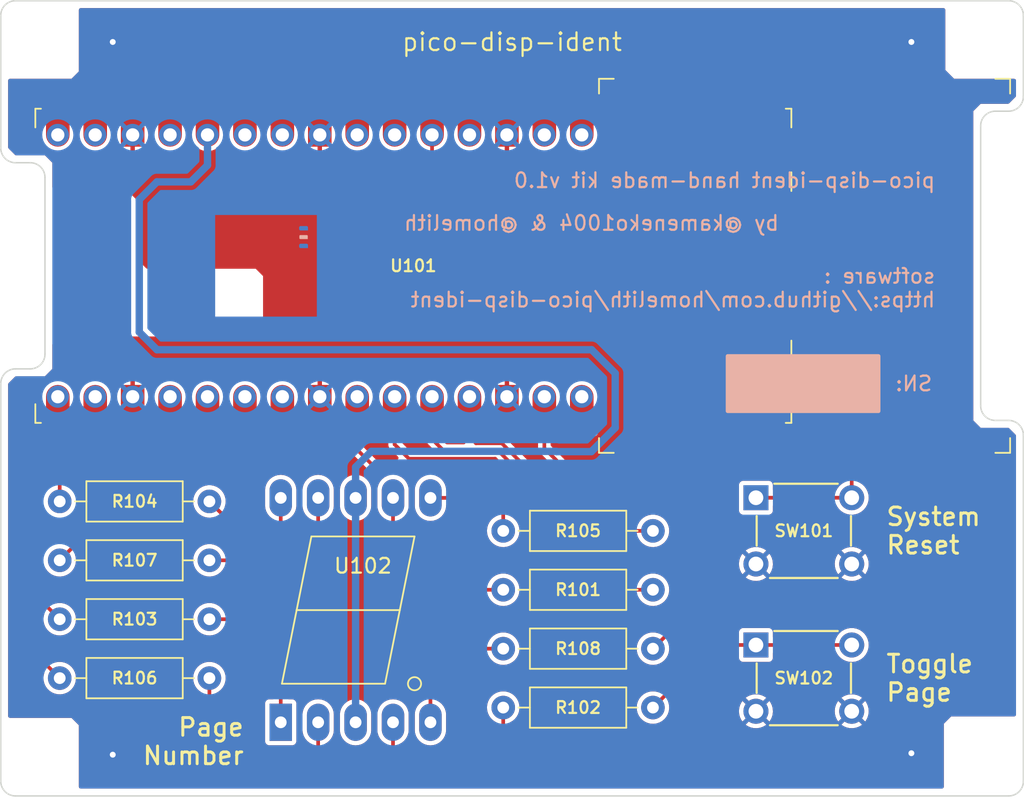
<source format=kicad_pcb>
(kicad_pcb (version 20211014) (generator pcbnew)
  (layers (0 "F.Cu" signal) (31 "B.Cu" signal) (34 "B.Paste" user) (35 "F.Paste" user) (36 "B.SilkS" user "B.Silkscreen") (37 "F.SilkS" user "F.Silkscreen") (38 "B.Mask" user) (39 "F.Mask" user) (44 "Edge.Cuts" user))
  (net 0 "")
  (net 1 "GND")
  (net 2 "+3V3")
  (net 3 "/GPIO10")
  (net 4 "/GPIO3")
  (net 5 "Net-(R101-Pad2)")
  (net 6 "Net-(R102-Pad2)")
  (net 7 "Net-(R103-Pad2)")
  (net 8 "/GPIO7")
  (net 9 "/GPIO8")
  (net 10 "Net-(R104-Pad2)")
  (net 11 "Net-(R105-Pad2)")
  (net 12 "Net-(R106-Pad2)")
  (net 13 "Net-(R107-Pad2)")
  (net 14 "Net-(R108-Pad2)")
  (net 15 "/GPIO4")
  (net 16 "/GPIO6")
  (net 17 "/GPIO5")
  (net 18 "/GPIO2")
  (net 19 "/GPIO9")
  (net 20 "+5V")
  (net 21 "Net-(SW101-Pad1)")
  (footprint "00_custom_lib:R_axial" (layer "F.Cu") (at 94.26 94 180)
    (fp_text reference "R108" (at 5.08 0) (layer "F.SilkS") (effects (font (size 0.8 0.8))))
    (fp_text value "R_axial")
    (fp_line (start 8.35 -1.37) (end 1.81 -1.37) (layer "F.SilkS") (width 0.12))
    (fp_line (start 1.81 1.37) (end 8.35 1.37) (layer "F.SilkS") (width 0.12))
    (fp_line (start 9.12 0) (end 8.35 0) (layer "F.SilkS") (width 0.12))
    (fp_line (start 1.04 0) (end 1.81 0) (layer "F.SilkS") (width 0.12))
    (fp_line (start 8.35 1.37) (end 8.35 -1.37) (layer "F.SilkS") (width 0.12))
    (fp_line (start 1.81 -1.37) (end 1.81 1.37) (layer "F.SilkS") (width 0.12))
    (pad "1" thru_hole circle (at 0 0 180) (size 1.6 1.6) (drill 0.8) (layers *.Cu *.Mask) (net 9 "/GPIO8"))
    (pad "2" thru_hole oval (at 10.16 0 180) (size 1.6 1.6) (drill 0.8) (layers *.Cu *.Mask) (net 14 "Net-(R108-Pad2)"))
  )
  (footprint "00_custom_lib:Raspberry_Pi_Pico_with_DVI_sock" (layer "F.Cu") (at 78 68 90)
    (fp_text reference "U101" (at 0 0) (layer "F.SilkS") (effects (font (size 0.8 0.8))))
    (fp_text value "Raspberry_Pi_Pico_with_DVI_sock")
    (fp_line (start -11.7 12.6) (end -12.7 12.6) (layer "F.SilkS") (width 0.12))
    (fp_line (start 10.668 25.654) (end 10.668 25.273) (layer "F.SilkS") (width 0.12))
    (fp_line (start 12.7 40.5) (end 12.7 39.5) (layer "F.SilkS") (width 0.12))
    (fp_line (start -12.7 39.5) (end -12.7 40.5) (layer "F.SilkS") (width 0.12))
    (fp_line (start 12.7 12.6) (end 11.7 12.6) (layer "F.SilkS") (width 0.12))
    (fp_line (start 10.668 -25.273) (end 10.668 -25.654) (layer "F.SilkS") (width 0.12))
    (fp_line (start -12.7 12.6) (end -12.7 13.6) (layer "F.SilkS") (width 0.12))
    (fp_line (start 12.7 13.6) (end 12.7 12.6) (layer "F.SilkS") (width 0.12))
    (fp_line (start 11.7 40.5) (end 12.7 40.5) (layer "F.SilkS") (width 0.12))
    (fp_line (start -10.668 -25.273) (end -10.668 -25.654) (layer "F.SilkS") (width 0.12))
    (fp_line (start -6.35 25.654) (end -5.08 25.654) (layer "F.SilkS") (width 0.12))
    (fp_line (start 10.668 -25.654) (end 9.398 -25.654) (layer "F.SilkS") (width 0.12))
    (fp_line (start 5.08 25.654) (end 6.35 25.654) (layer "F.SilkS") (width 0.12))
    (fp_line (start -10.668 25.273) (end -10.668 25.654) (layer "F.SilkS") (width 0.12))
    (fp_line (start -10.668 25.654) (end -9.398 25.654) (layer "F.SilkS") (width 0.12))
    (fp_line (start -10.668 -25.654) (end -9.398 -25.654) (layer "F.SilkS") (width 0.12))
    (fp_line (start 9.398 25.654) (end 10.668 25.654) (layer "F.SilkS") (width 0.12))
    (fp_line (start -12.7 40.5) (end -11.7 40.5) (layer "F.SilkS") (width 0.12))
    (pad "1" smd roundrect (at -9.69 -24.13 90) (size 3.2 1.6) (layers "F.Cu" "F.Mask") (roundrect_rratio 0.5))
    (pad "1" thru_hole circle (at -8.89 -24.13 90) (size 1.5 1.5) (drill 0.9) (layers *.Cu *.Mask))
    (pad "1" smd rect (at -10.89 -24.13 90) (size 0.8 1.6) (layers "F.Cu" "F.Mask"))
    (pad "2" thru_hole circle (at -8.89 -21.59 90) (size 1.5 1.5) (drill 0.9) (layers *.Cu *.Mask))
    (pad "2" smd rect (at -10.89 -21.59 90) (size 0.8 1.6) (layers "F.Cu" "F.Mask"))
    (pad "2" smd roundrect (at -9.69 -21.59 90) (size 3.2 1.6) (layers "F.Cu" "F.Mask") (roundrect_rratio 0.5))
    (pad "3" thru_hole circle (at -8.89 -19.05 90) (size 1.5 1.5) (drill 0.9) (layers *.Cu *.Mask) (net 1 "GND"))
    (pad "3" smd rect (at -10.89 -19.05 90) (size 0.8 1.6) (layers "F.Cu" "F.Mask") (net 1 "GND"))
    (pad "3" smd roundrect (at -9.69 -19.05 90) (size 3.2 1.6) (layers "F.Cu" "F.Mask") (roundrect_rratio 0.125) (net 1 "GND"))
    (pad "4" thru_hole circle (at -8.89 -16.51 90) (size 1.5 1.5) (drill 0.9) (layers *.Cu *.Mask) (net 18 "/GPIO2"))
    (pad "4" smd roundrect (at -9.69 -16.51 90) (size 3.2 1.6) (layers "F.Cu" "F.Mask") (roundrect_rratio 0.5) (net 18 "/GPIO2"))
    (pad "4" smd rect (at -10.89 -16.51 90) (size 0.8 1.6) (layers "F.Cu" "F.Mask") (net 18 "/GPIO2"))
    (pad "5" smd rect (at -10.89 -13.97 90) (size 0.8 1.6) (layers "F.Cu" "F.Mask") (net 4 "/GPIO3"))
    (pad "5" thru_hole circle (at -8.89 -13.97 90) (size 1.5 1.5) (drill 0.9) (layers *.Cu *.Mask) (net 4 "/GPIO3"))
    (pad "5" smd roundrect (at -9.69 -13.97 90) (size 3.2 1.6) (layers "F.Cu" "F.Mask") (roundrect_rratio 0.5) (net 4 "/GPIO3"))
    (pad "6" smd roundrect (at -9.69 -11.43 90) (size 3.2 1.6) (layers "F.Cu" "F.Mask") (roundrect_rratio 0.5) (net 15 "/GPIO4"))
    (pad "6" smd rect (at -10.89 -11.43 90) (size 0.8 1.6) (layers "F.Cu" "F.Mask") (net 15 "/GPIO4"))
    (pad "6" thru_hole circle (at -8.89 -11.43 90) (size 1.5 1.5) (drill 0.9) (layers *.Cu *.Mask) (net 15 "/GPIO4"))
    (pad "7" thru_hole circle (at -8.89 -8.89 90) (size 1.5 1.5) (drill 0.9) (layers *.Cu *.Mask) (net 17 "/GPIO5"))
    (pad "7" smd rect (at -10.89 -8.89 90) (size 0.8 1.6) (layers "F.Cu" "F.Mask") (net 17 "/GPIO5"))
    (pad "7" smd roundrect (at -9.69 -8.89 90) (size 3.2 1.6) (layers "F.Cu" "F.Mask") (roundrect_rratio 0.5) (net 17 "/GPIO5"))
    (pad "8" smd rect (at -10.89 -6.35 90) (size 0.8 1.6) (layers "F.Cu" "F.Mask") (net 1 "GND"))
    (pad "8" smd roundrect (at -9.69 -6.35 90) (size 3.2 1.6) (layers "F.Cu" "F.Mask") (roundrect_rratio 0.125) (net 1 "GND"))
    (pad "8" thru_hole circle (at -8.89 -6.35 90) (size 1.5 1.5) (drill 0.9) (layers *.Cu *.Mask) (net 1 "GND"))
    (pad "9" smd roundrect (at -9.69 -3.81 90) (size 3.2 1.6) (layers "F.Cu" "F.Mask") (roundrect_rratio 0.5) (net 16 "/GPIO6"))
    (pad "9" smd rect (at -10.89 -3.81 90) (size 0.8 1.6) (layers "F.Cu" "F.Mask") (net 16 "/GPIO6"))
    (pad "9" thru_hole circle (at -8.89 -3.81 90) (size 1.5 1.5) (drill 0.9) (layers *.Cu *.Mask) (net 16 "/GPIO6"))
    (pad "10" thru_hole circle (at -8.89 -1.27 90) (size 1.5 1.5) (drill 0.9) (layers *.Cu *.Mask) (net 8 "/GPIO7"))
    (pad "10" smd roundrect (at -9.69 -1.27 90) (size 3.2 1.6) (layers "F.Cu" "F.Mask") (roundrect_rratio 0.5) (net 8 "/GPIO7"))
    (pad "10" smd rect (at -10.89 -1.27 90) (size 0.8 1.6) (layers "F.Cu" "F.Mask") (net 8 "/GPIO7"))
    (pad "11" thru_hole circle (at -8.89 1.27 90) (size 1.5 1.5) (drill 0.9) (layers *.Cu *.Mask) (net 9 "/GPIO8"))
    (pad "11" smd roundrect (at -9.69 1.27 90) (size 3.2 1.6) (layers "F.Cu" "F.Mask") (roundrect_rratio 0.5) (net 9 "/GPIO8"))
    (pad "11" smd rect (at -10.89 1.27 90) (size 0.8 1.6) (layers "F.Cu" "F.Mask") (net 9 "/GPIO8"))
    (pad "12" smd roundrect (at -9.69 3.81 90) (size 3.2 1.6) (layers "F.Cu" "F.Mask") (roundrect_rratio 0.5) (net 19 "/GPIO9"))
    (pad "12" thru_hole circle (at -8.89 3.81 90) (size 1.5 1.5) (drill 0.9) (layers *.Cu *.Mask) (net 19 "/GPIO9"))
    (pad "12" smd rect (at -10.89 3.81 90) (size 0.8 1.6) (layers "F.Cu" "F.Mask") (net 19 "/GPIO9"))
    (pad "13" thru_hole circle (at -8.89 6.35 90) (size 1.5 1.5) (drill 0.9) (layers *.Cu *.Mask) (net 1 "GND"))
    (pad "13" smd rect (at -10.89 6.35 90) (size 0.8 1.6) (layers "F.Cu" "F.Mask") (net 1 "GND"))
    (pad "13" smd roundrect (at -9.69 6.35 90) (size 3.2 1.6) (layers "F.Cu" "F.Mask") (roundrect_rratio 0.125) (net 1 "GND"))
    (pad "14" smd roundrect (at -9.69 8.89 90) (size 3.2 1.6) (layers "F.Cu" "F.Mask") (roundrect_rratio 0.5) (net 3 "/GPIO10"))
    (pad "14" thru_hole circle (at -8.89 8.89 90) (size 1.5 1.5) (drill 0.9) (layers *.Cu *.Mask) (net 3 "/GPIO10"))
    (pad "14" smd rect (at -10.89 8.89 90) (size 0.8 1.6) (layers "F.Cu" "F.Mask") (net 3 "/GPIO10"))
    (pad "15" smd rect (at -10.89 11.43 90) (size 0.8 1.6) (layers "F.Cu" "F.Mask"))
    (pad "15" thru_hole circle (at -8.89 11.43 90) (size 1.5 1.5) (drill 0.9) (layers *.Cu *.Mask))
    (pad "15" smd roundrect (at -9.69 11.43 90) (size 3.2 1.6) (layers "F.Cu" "F.Mask") (roundrect_rratio 0.5))
    (pad "26" thru_hole circle (at 8.89 11.43 90) (size 1.5 1.5) (drill 0.9) (layers *.Cu *.Mask))
    (pad "26" smd roundrect (at 9.69 11.43 90) (size 3.2 1.6) (layers "F.Cu" "F.Mask") (roundrect_rratio 0.5))
    (pad "26" smd rect (at 10.89 11.43 90) (size 0.8 1.6) (layers "F.Cu" "F.Mask"))
    (pad "27" smd roundrect (at 9.69 8.89 90) (size 3.2 1.6) (layers "F.Cu" "F.Mask") (roundrect_rratio 0.5))
    (pad "27" smd rect (at 10.89 8.89 90) (size 0.8 1.6) (layers "F.Cu" "F.Mask"))
    (pad "27" thru_hole circle (at 8.89 8.89 90) (size 1.5 1.5) (drill 0.9) (layers *.Cu *.Mask))
    (pad "28" smd roundrect (at 9.69 6.35 270) (size 3.2 1.6) (layers "F.Cu" "F.Mask") (roundrect_rratio 0.125) (net 1 "GND"))
    (pad "28" thru_hole circle (at 8.89 6.35 90) (size 1.5 1.5) (drill 0.9) (layers *.Cu *.Mask) (net 1 "GND"))
    (pad "28" smd rect (at 10.89 6.35 270) (size 0.8 1.6) (layers "F.Cu" "F.Mask") (net 1 "GND"))
    (pad "29" thru_hole circle (at 8.89 3.81 90) (size 1.5 1.5) (drill 0.9) (layers *.Cu *.Mask))
    (pad "29" smd rect (at 10.89 3.81 90) (size 0.8 1.6) (layers "F.Cu" "F.Mask"))
    (pad "29" smd roundrect (at 9.69 3.81 90) (size 3.2 1.6) (layers "F.Cu" "F.Mask") (roundrect_rratio 0.5))
    (pad "30" smd roundrect (at 9.69 1.27 90) (size 3.2 1.6) (layers "F.Cu" "F.Mask") (roundrect_rratio 0.5) (net 21 "Net-(SW101-Pad1)"))
    (pad "30" thru_hole circle (at 8.89 1.27 90) (size 1.5 1.5) (drill 0.9) (layers *.Cu *.Mask) (net 21 "Net-(SW101-Pad1)"))
    (pad "30" smd rect (at 10.89 1.27 90) (size 0.8 1.6) (layers "F.Cu" "F.Mask") (net 21 "Net-(SW101-Pad1)"))
    (pad "31" thru_hole circle (at 8.89 -1.27 90) (size 1.5 1.5) (drill 0.9) (layers *.Cu *.Mask))
    (pad "31" smd roundrect (at 9.69 -1.27 90) (size 3.2 1.6) (layers "F.Cu" "F.Mask") (roundrect_rratio 0.5))
    (pad "31" smd rect (at 10.89 -1.27 90) (size 0.8 1.6) (layers "F.Cu" "F.Mask"))
    (pad "32" smd roundrect (at 9.69 -3.81 90) (size 3.2 1.6) (layers "F.Cu" "F.Mask") (roundrect_rratio 0.5))
    (pad "32" thru_hole circle (at 8.89 -3.81 90) (size 1.5 1.5) (drill 0.9) (layers *.Cu *.Mask))
    (pad "32" smd rect (at 10.89 -3.81 90) (size 0.8 1.6) (layers "F.Cu" "F.Mask"))
    (pad "33" smd rect (at 10.89 -6.35 270) (size 0.8 1.6) (layers "F.Cu" "F.Mask") (net 1 "GND"))
    (pad "33" thru_hole circle (at 8.89 -6.35 90) (size 1.5 1.5) (drill 0.9) (layers *.Cu *.Mask) (net 1 "GND"))
    (pad "33" smd roundrect (at 9.69 -6.35 270) (size 3.2 1.6) (layers "F.Cu" "F.Mask") (roundrect_rratio 0.125) (net 1 "GND"))
    (pad "34" thru_hole circle (at 8.89 -8.89 90) (size 1.5 1.5) (drill 0.9) (layers *.Cu *.Mask))
    (pad "34" smd roundrect (at 9.69 -8.89 90) (size 3.2 1.6) (layers "F.Cu" "F.Mask") (roundrect_rratio 0.5))
    (pad "34" smd rect (at 10.89 -8.89 90) (size 0.8 1.6) (layers "F.Cu" "F.Mask"))
    (pad "35" thru_hole circle (at 8.89 -11.43 90) (size 1.5 1.5) (drill 0.9) (layers *.Cu *.Mask))
    (pad "35" smd rect (at 10.89 -11.43 90) (size 0.8 1.6) (layers "F.Cu" "F.Mask"))
    (pad "35" smd roundrect (at 9.69 -11.43 90) (size 3.2 1.6) (layers "F.Cu" "F.Mask") (roundrect_rratio 0.5))
    (pad "36" smd roundrect (at 9.69 -13.97 90) (size 3.2 1.6) (layers "F.Cu" "F.Mask") (roundrect_rratio 0.5) (net 2 "+3V3"))
    (pad "36" smd rect (at 10.89 -13.97 90) (size 0.8 1.6) (layers "F.Cu" "F.Mask") (net 2 "+3V3"))
    (pad "36" thru_hole circle (at 8.89 -13.97 90) (size 1.5 1.5) (drill 0.9) (layers *.Cu *.Mask) (net 2 "+3V3"))
    (pad "37" thru_hole circle (at 8.89 -16.51 90) (size 1.5 1.5) (drill 0.9) (layers *.Cu *.Mask))
    (pad "37" smd roundrect (at 9.69 -16.51 90) (size 3.2 1.6) (layers "F.Cu" "F.Mask") (roundrect_rratio 0.5))
    (pad "37" smd rect (at 10.89 -16.51 90) (size 0.8 1.6) (layers "F.Cu" "F.Mask"))
    (pad "38" thru_hole circle (at 8.89 -19.05 90) (size 1.5 1.5) (drill 0.9) (layers *.Cu *.Mask) (net 1 "GND"))
    (pad "38" smd rect (at 10.89 -19.05 270) (size 0.8 1.6) (layers "F.Cu" "F.Mask") (net 1 "GND"))
    (pad "38" smd roundrect (at 9.69 -19.05 270) (size 3.2 1.6) (layers "F.Cu" "F.Mask") (roundrect_rratio 0.125) (net 1 "GND"))
    (pad "39" smd rect (at 10.89 -21.59 90) (size 0.8 1.6) (layers "F.Cu" "F.Mask"))
    (pad "39" smd roundrect (at 9.69 -21.59 90) (size 3.2 1.6) (layers "F.Cu" "F.Mask") (roundrect_rratio 0.5))
    (pad "39" thru_hole circle (at 8.89 -21.59 90) (size 1.5 1.5) (drill 0.9) (layers *.Cu *.Mask))
    (pad "40" thru_hole circle (at 8.89 -24.13 90) (size 1.5 1.5) (drill 0.9) (layers *.Cu *.Mask) (net 20 "+5V"))
    (pad "40" smd roundrect (at 9.69 -24.13 90) (size 3.2 1.6) (layers "F.Cu" "F.Mask") (roundrect_rratio 0.5) (net 20 "+5V"))
    (pad "40" smd rect (at 10.89 -24.13 90) (size 0.8 1.6) (layers "F.Cu" "F.Mask") (net 20 "+5V"))
  )
  (footprint "00_custom_lib:1825910-7" (layer "F.Cu") (at 104.5 86)
    (fp_text reference "SW101" (at 0 0) (layer "F.SilkS") (effects (font (size 0.8 0.8))))
    (fp_text value "1825910-7")
    (fp_line (start -3.2 -1) (end -3.2 1) (layer "F.SilkS") (width 0.15))
    (fp_line (start -2 -3.2) (end 2.3 -3.2) (layer "F.SilkS") (width 0.15))
    (fp_line (start -2.3 3.2) (end 2.3 3.2) (layer "F.SilkS") (width 0.15))
    (fp_line (start 3.2 1) (end 3.2 -1) (layer "F.SilkS") (width 0.15))
    (pad "1" thru_hole rect (at -3.25 -2.25) (size 1.7 1.7) (drill 1) (layers *.Cu *.Mask) (net 21 "Net-(SW101-Pad1)"))
    (pad "2" thru_hole circle (at 3.25 -2.25) (size 1.7 1.7) (drill 1) (layers *.Cu *.Mask) (net 21 "Net-(SW101-Pad1)"))
    (pad "3" thru_hole circle (at -3.25 2.25) (size 1.7 1.7) (drill 1) (layers *.Cu *.Mask) (net 1 "GND"))
    (pad "4" thru_hole circle (at 3.25 2.25) (size 1.7 1.7) (drill 1) (layers *.Cu *.Mask) (net 1 "GND"))
  )
  (footprint "00_custom_lib:R_axial" (layer "F.Cu") (at 54 92)
    (fp_text reference "R103" (at 5.08 0) (layer "F.SilkS") (effects (font (size 0.8 0.8))))
    (fp_text value "R_axial")
    (fp_line (start 8.35 1.37) (end 8.35 -1.37) (layer "F.SilkS") (width 0.12))
    (fp_line (start 1.04 0) (end 1.81 0) (layer "F.SilkS") (width 0.12))
    (fp_line (start 1.81 -1.37) (end 1.81 1.37) (layer "F.SilkS") (width 0.12))
    (fp_line (start 1.81 1.37) (end 8.35 1.37) (layer "F.SilkS") (width 0.12))
    (fp_line (start 8.35 -1.37) (end 1.81 -1.37) (layer "F.SilkS") (width 0.12))
    (fp_line (start 9.12 0) (end 8.35 0) (layer "F.SilkS") (width 0.12))
    (pad "1" thru_hole circle (at 0 0) (size 1.6 1.6) (drill 0.8) (layers *.Cu *.Mask) (net 4 "/GPIO3"))
    (pad "2" thru_hole oval (at 10.16 0) (size 1.6 1.6) (drill 0.8) (layers *.Cu *.Mask) (net 7 "Net-(R103-Pad2)"))
  )
  (footprint "00_custom_lib:R_axial" (layer "F.Cu") (at 54 84)
    (fp_text reference "R104" (at 5.08 0) (layer "F.SilkS") (effects (font (size 0.8 0.8))))
    (fp_text value "R_axial")
    (fp_line (start 1.81 1.37) (end 8.35 1.37) (layer "F.SilkS") (width 0.12))
    (fp_line (start 8.35 -1.37) (end 1.81 -1.37) (layer "F.SilkS") (width 0.12))
    (fp_line (start 1.04 0) (end 1.81 0) (layer "F.SilkS") (width 0.12))
    (fp_line (start 9.12 0) (end 8.35 0) (layer "F.SilkS") (width 0.12))
    (fp_line (start 8.35 1.37) (end 8.35 -1.37) (layer "F.SilkS") (width 0.12))
    (fp_line (start 1.81 -1.37) (end 1.81 1.37) (layer "F.SilkS") (width 0.12))
    (pad "1" thru_hole circle (at 0 0) (size 1.6 1.6) (drill 0.8) (layers *.Cu *.Mask) (net 15 "/GPIO4"))
    (pad "2" thru_hole oval (at 10.16 0) (size 1.6 1.6) (drill 0.8) (layers *.Cu *.Mask) (net 10 "Net-(R104-Pad2)"))
  )
  (footprint "00_custom_lib:R_axial" (layer "F.Cu") (at 94.26 86 180)
    (fp_text reference "R105" (at 5.08 0) (layer "F.SilkS") (effects (font (size 0.8 0.8))))
    (fp_text value "R_axial")
    (fp_line (start 1.81 -1.37) (end 1.81 1.37) (layer "F.SilkS") (width 0.12))
    (fp_line (start 1.04 0) (end 1.81 0) (layer "F.SilkS") (width 0.12))
    (fp_line (start 9.12 0) (end 8.35 0) (layer "F.SilkS") (width 0.12))
    (fp_line (start 8.35 1.37) (end 8.35 -1.37) (layer "F.SilkS") (width 0.12))
    (fp_line (start 8.35 -1.37) (end 1.81 -1.37) (layer "F.SilkS") (width 0.12))
    (fp_line (start 1.81 1.37) (end 8.35 1.37) (layer "F.SilkS") (width 0.12))
    (pad "1" thru_hole circle (at 0 0 180) (size 1.6 1.6) (drill 0.8) (layers *.Cu *.Mask) (net 8 "/GPIO7"))
    (pad "2" thru_hole oval (at 10.16 0 180) (size 1.6 1.6) (drill 0.8) (layers *.Cu *.Mask) (net 11 "Net-(R105-Pad2)"))
  )
  (footprint "00_custom_lib:R_axial" (layer "F.Cu") (at 54 96)
    (fp_text reference "R106" (at 5.08 0) (layer "F.SilkS") (effects (font (size 0.8 0.8))))
    (fp_text value "R_axial")
    (fp_line (start 1.04 0) (end 1.81 0) (layer "F.SilkS") (width 0.12))
    (fp_line (start 8.35 -1.37) (end 1.81 -1.37) (layer "F.SilkS") (width 0.12))
    (fp_line (start 9.12 0) (end 8.35 0) (layer "F.SilkS") (width 0.12))
    (fp_line (start 1.81 1.37) (end 8.35 1.37) (layer "F.SilkS") (width 0.12))
    (fp_line (start 1.81 -1.37) (end 1.81 1.37) (layer "F.SilkS") (width 0.12))
    (fp_line (start 8.35 1.37) (end 8.35 -1.37) (layer "F.SilkS") (width 0.12))
    (pad "1" thru_hole circle (at 0 0) (size 1.6 1.6) (drill 0.8) (layers *.Cu *.Mask) (net 18 "/GPIO2"))
    (pad "2" thru_hole oval (at 10.16 0) (size 1.6 1.6) (drill 0.8) (layers *.Cu *.Mask) (net 12 "Net-(R106-Pad2)"))
  )
  (footprint "00_custom_lib:1825910-7" (layer "F.Cu") (at 104.5 96)
    (fp_text reference "SW102" (at 0 0) (layer "F.SilkS") (effects (font (size 0.8 0.8))))
    (fp_text value "1825910-7")
    (fp_line (start -3.2 -1) (end -3.2 1) (layer "F.SilkS") (width 0.15))
    (fp_line (start -2.3 3.2) (end 2.3 3.2) (layer "F.SilkS") (width 0.15))
    (fp_line (start 3.2 1) (end 3.2 -1) (layer "F.SilkS") (width 0.15))
    (fp_line (start -2 -3.2) (end 2.3 -3.2) (layer "F.SilkS") (width 0.15))
    (pad "1" thru_hole rect (at -3.25 -2.25) (size 1.7 1.7) (drill 1) (layers *.Cu *.Mask) (net 3 "/GPIO10"))
    (pad "2" thru_hole circle (at 3.25 -2.25) (size 1.7 1.7) (drill 1) (layers *.Cu *.Mask) (net 3 "/GPIO10"))
    (pad "3" thru_hole circle (at -3.25 2.25) (size 1.7 1.7) (drill 1) (layers *.Cu *.Mask) (net 1 "GND"))
    (pad "4" thru_hole circle (at 3.25 2.25) (size 1.7 1.7) (drill 1) (layers *.Cu *.Mask) (net 1 "GND"))
  )
  (footprint "00_custom_lib:R_axial" (layer "F.Cu") (at 54 88)
    (fp_text reference "R107" (at 5.08 0) (layer "F.SilkS") (effects (font (size 0.8 0.8))))
    (fp_text value "R_axial")
    (fp_line (start 1.81 1.37) (end 8.35 1.37) (layer "F.SilkS") (width 0.12))
    (fp_line (start 9.12 0) (end 8.35 0) (layer "F.SilkS") (width 0.12))
    (fp_line (start 8.35 1.37) (end 8.35 -1.37) (layer "F.SilkS") (width 0.12))
    (fp_line (start 1.81 -1.37) (end 1.81 1.37) (layer "F.SilkS") (width 0.12))
    (fp_line (start 8.35 -1.37) (end 1.81 -1.37) (layer "F.SilkS") (width 0.12))
    (fp_line (start 1.04 0) (end 1.81 0) (layer "F.SilkS") (width 0.12))
    (pad "1" thru_hole circle (at 0 0) (size 1.6 1.6) (drill 0.8) (layers *.Cu *.Mask) (net 17 "/GPIO5"))
    (pad "2" thru_hole oval (at 10.16 0) (size 1.6 1.6) (drill 0.8) (layers *.Cu *.Mask) (net 13 "Net-(R107-Pad2)"))
  )
  (footprint "00_custom_lib:R_axial" (layer "F.Cu") (at 94.26 98 180)
    (fp_text reference "R102" (at 5.08 0) (layer "F.SilkS") (effects (font (size 0.8 0.8))))
    (fp_text value "R_axial")
    (fp_line (start 1.04 0) (end 1.81 0) (layer "F.SilkS") (width 0.12))
    (fp_line (start 1.81 -1.37) (end 1.81 1.37) (layer "F.SilkS") (width 0.12))
    (fp_line (start 1.81 1.37) (end 8.35 1.37) (layer "F.SilkS") (width 0.12))
    (fp_line (start 9.12 0) (end 8.35 0) (layer "F.SilkS") (width 0.12))
    (fp_line (start 8.35 1.37) (end 8.35 -1.37) (layer "F.SilkS") (width 0.12))
    (fp_line (start 8.35 -1.37) (end 1.81 -1.37) (layer "F.SilkS") (width 0.12))
    (pad "1" thru_hole circle (at 0 0 180) (size 1.6 1.6) (drill 0.8) (layers *.Cu *.Mask) (net 19 "/GPIO9"))
    (pad "2" thru_hole oval (at 10.16 0 180) (size 1.6 1.6) (drill 0.8) (layers *.Cu *.Mask) (net 6 "Net-(R102-Pad2)"))
  )
  (footprint "00_custom_lib:MountingHole_2.2mm_M2" (layer "F.Cu") (at 52.8 101.2)
    (fp_text reference "H102" hide)
    (fp_text value "MountingHole_2.2mm_M2")
    (pad "" np_thru_hole circle (at 0 0) (size 2.2 2.2) (drill 2.2) (layers F&B.Cu *.Mask) (clearance 1))
  )
  (footprint "00_custom_lib:R_axial" (layer "F.Cu") (at 94.26 90 180)
    (fp_text reference "R101" (at 5.08 0) (layer "F.SilkS") (effects (font (size 0.8 0.8))))
    (fp_text value "R_axial")
    (fp_line (start 1.81 -1.37) (end 1.81 1.37) (layer "F.SilkS") (width 0.12))
    (fp_line (start 8.35 -1.37) (end 1.81 -1.37) (layer "F.SilkS") (width 0.12))
    (fp_line (start 1.81 1.37) (end 8.35 1.37) (layer "F.SilkS") (width 0.12))
    (fp_line (start 1.04 0) (end 1.81 0) (layer "F.SilkS") (width 0.12))
    (fp_line (start 8.35 1.37) (end 8.35 -1.37) (layer "F.SilkS") (width 0.12))
    (fp_line (start 9.12 0) (end 8.35 0) (layer "F.SilkS") (width 0.12))
    (pad "1" thru_hole circle (at 0 0 180) (size 1.6 1.6) (drill 0.8) (layers *.Cu *.Mask) (net 16 "/GPIO6"))
    (pad "2" thru_hole oval (at 10.16 0 180) (size 1.6 1.6) (drill 0.8) (layers *.Cu *.Mask) (net 5 "Net-(R101-Pad2)"))
  )
  (footprint "00_custom_lib:MountingHole_2.2mm_M2" (layer "F.Cu") (at 116.6 52.8)
    (fp_text reference "H104" hide)
    (fp_text value "MountingHole_2.2mm_M2")
    (pad "" np_thru_hole circle (at 0 0) (size 2.2 2.2) (drill 2.2) (layers F&B.Cu *.Mask) (clearance 1))
  )
  (footprint "00_custom_lib:OSL10564-IB" (layer "F.Cu") (at 69 99 90)
    (fp_text reference "U102" (at 10.62 5.58) (layer "F.SilkS"))
    (fp_text value "OSL10564-IB")
    (fp_line (start 12.62 9.08) (end 7.62 8.08) (layer "F.SilkS") (width 0.12))
    (fp_line (start 2.62 7.08) (end 7.62 8.08) (layer "F.SilkS") (width 0.12))
    (fp_line (start 7.62 8.08) (end 7.62 1.08) (layer "F.SilkS") (width 0.12))
    (fp_line (start 2.62 0.08) (end 2.62 7.08) (layer "F.SilkS") (width 0.12))
    (fp_line (start 12.62 2.08) (end 7.62 1.08) (layer "F.SilkS") (width 0.12))
    (fp_line (start 12.62 2.08) (end 12.62 9.08) (layer "F.SilkS") (width 0.12))
    (fp_line (start 7.62 1.08) (end 2.62 0.08) (layer "F.SilkS") (width 0.12))
    (fp_circle (center 2.62 9.08) (end 3.067214 9.08) (layer "F.SilkS") (width 0.12) (fill none))
    (pad "1" thru_hole rect (at 0 0) (size 1.524 2.524) (drill 0.8) (layers *.Cu *.Mask) (net 7 "Net-(R103-Pad2)"))
    (pad "2" thru_hole oval (at 0 2.54) (size 1.524 2.524) (drill 0.8) (layers *.Cu *.Mask) (net 12 "Net-(R106-Pad2)"))
    (pad "3" thru_hole oval (at 0 5.08) (size 1.524 2.524) (drill 0.8) (layers *.Cu *.Mask) (net 2 "+3V3"))
    (pad "4" thru_hole oval (at 0 7.62) (size 1.524 2.524) (drill 0.8) (layers *.Cu *.Mask) (net 6 "Net-(R102-Pad2)"))
    (pad "5" thru_hole oval (at 0 10.16) (size 1.524 2.524) (drill 0.8) (layers *.Cu *.Mask) (net 14 "Net-(R108-Pad2)"))
    (pad "6" thru_hole oval (at 15.24 10.16) (size 1.524 2.524) (drill 0.8) (layers *.Cu *.Mask) (net 11 "Net-(R105-Pad2)"))
    (pad "7" thru_hole oval (at 15.24 7.62) (size 1.524 2.524) (drill 0.8) (layers *.Cu *.Mask) (net 5 "Net-(R101-Pad2)"))
    (pad "8" thru_hole oval (at 15.24 5.08) (size 1.524 2.524) (drill 0.8) (layers *.Cu *.Mask) (net 2 "+3V3"))
    (pad "9" thru_hole oval (at 15.24 2.54) (size 1.524 2.524) (drill 0.8) (layers *.Cu *.Mask) (net 13 "Net-(R107-Pad2)"))
    (pad "10" thru_hole oval (at 15.24 0) (size 1.524 2.524) (drill 0.8) (layers *.Cu *.Mask) (net 10 "Net-(R104-Pad2)"))
  )
  (footprint "00_custom_lib:MountingHole_2.2mm_M2" (layer "F.Cu") (at 52.8 52.8)
    (fp_text reference "H101" hide)
    (fp_text value "MountingHole_2.2mm_M2")
    (pad "" np_thru_hole circle (at 0 0) (size 2.2 2.2) (drill 2.2) (layers F&B.Cu *.Mask) (clearance 1))
  )
  (footprint "00_custom_lib:MountingHole_2.2mm_M2" (layer "F.Cu") (at 116.5 101.1)
    (fp_text reference "H103" hide)
    (fp_text value "MountingHole_2.2mm_M2")
    (pad "" np_thru_hole circle (at 0 0) (size 2.2 2.2) (drill 2.2) (layers F&B.Cu *.Mask) (clearance 1))
  )
  (footprint "00_custom_lib:chofutech_logo_6.6mm" (layer "B.Cu") (at 68 68 180)
    (fp_text reference "U103" hide)
    (fp_text value "chofutech_logo" hide)
    (fp_poly (pts (xy -2.35 1.3) (xy -2.75 1.3) (xy -2.75 1.4) (xy -2.35 1.4)) (layer "B.Cu") (width 0.2) (fill solid))
    (fp_poly (pts (xy -2.35 2.5) (xy -2.75 2.5) (xy -2.75 2.6) (xy -2.35 2.6)) (layer "B.Cu") (width 0.2) (fill solid))
    (fp_poly (pts (xy -2.325 1.875) (xy -2.775 1.875) (xy -2.775 2.025) (xy -2.325 2.025)) (layer "B.SilkS") (width 0.12) (fill solid))
    (zone (net 0) (net_name "") (layer "B.Cu") (connect_pads (clearance 0)) (min_thickness 0.254)
      (keepout (tracks allowed) (vias allowed) (pads allowed) (copperpour not_allowed) (footprints allowed))
      (fill (thermal_gap 0.508) (thermal_bridge_width 0.508))
      (polygon (pts (xy 64.55 64.55) (xy 64.55 71.45) (xy 71.45 71.45) (xy 71.45 64.55)))
      (polygon (pts (xy 70.25 66.5) (xy 70.85 66.5) (xy 70.85 66.8) (xy 70.25 66.8)))
      (polygon (pts (xy 70.25 65.3) (xy 70.85 65.3) (xy 70.85 65.6) (xy 70.25 65.6)))
    )
  )
  (gr_arc (start 119.4 103) (mid 119.107107 103.707107) (end 118.4 104) (layer "Edge.Cuts") (width 0.1))
  (gr_arc (start 50 76) (mid 50.292893 75.292893) (end 51 75) (layer "Edge.Cuts") (width 0.1))
  (gr_arc (start 119.4 56.5) (mid 119.107107 57.207107) (end 118.4 57.5) (layer "Edge.Cuts") (width 0.1))
  (gr_line (start 117.5 78.5) (end 118.4 78.5) (layer "Edge.Cuts") (width 0.1))
  (gr_line (start 52 61) (end 51 61) (layer "Edge.Cuts") (width 0.1))
  (gr_arc (start 53 74) (mid 52.707107 74.707107) (end 52 75) (layer "Edge.Cuts") (width 0.1))
  (gr_line (start 119.4 103) (end 119.4 79.5) (layer "Edge.Cuts") (width 0.1))
  (gr_arc (start 51 61) (mid 50.292893 60.707107) (end 50 60) (layer "Edge.Cuts") (width 0.1))
  (gr_line (start 51 75) (end 52 75) (layer "Edge.Cuts") (width 0.1))
  (gr_arc (start 118.4 78.5) (mid 119.107107 78.792893) (end 119.4 79.5) (layer "Edge.Cuts") (width 0.1))
  (gr_line (start 118.4 50) (end 51 50) (layer "Edge.Cuts") (width 0.1))
  (gr_line (start 116.5 58.5) (end 116.5 77.5) (layer "Edge.Cuts") (width 0.1))
  (gr_arc (start 118.4 50) (mid 119.107107 50.292893) (end 119.4 51) (layer "Edge.Cuts") (width 0.1))
  (gr_line (start 51 104) (end 118.4 104) (layer "Edge.Cuts") (width 0.1))
  (gr_line (start 119.4 56.5) (end 119.4 51) (layer "Edge.Cuts") (width 0.1))
  (gr_arc (start 51 104) (mid 50.292893 103.707107) (end 50 103) (layer "Edge.Cuts") (width 0.1))
  (gr_arc (start 116.5 58.5) (mid 116.792893 57.792893) (end 117.5 57.5) (layer "Edge.Cuts") (width 0.1))
  (gr_arc (start 117.5 78.5) (mid 116.792893 78.207107) (end 116.5 77.5) (layer "Edge.Cuts") (width 0.1))
  (gr_line (start 50 76) (end 50 103) (layer "Edge.Cuts") (width 0.1))
  (gr_line (start 50 51) (end 50 60) (layer "Edge.Cuts") (width 0.1))
  (gr_arc (start 52 61) (mid 52.707107 61.292893) (end 53 62) (layer "Edge.Cuts") (width 0.1))
  (gr_arc (start 50 51) (mid 50.292893 50.292893) (end 51 50) (layer "Edge.Cuts") (width 0.1))
  (gr_line (start 117.5 57.5) (end 118.4 57.5) (layer "Edge.Cuts") (width 0.1))
  (gr_line (start 53 74) (end 53 62) (layer "Edge.Cuts") (width 0.1))
  (gr_text "software :\nhttps://github.com/homelith/pico-disp-ident" (at 113.5 69.5) (layer "B.SilkS") (effects (font (size 1 1)) (justify left mirror)))
  (gr_text "by @kameneko1004 & @homelith" (at 102.9 65.1) (layer "B.SilkS") (effects (font (size 1 1)) (justify left mirror)))
  (gr_text "SN:" (at 113.3 76) (layer "B.SilkS") (effects (font (size 1 1)) (justify left mirror)))
  (gr_text "pico-disp-ident hand-made kit v1.0\n" (at 113.5 62.2) (layer "B.SilkS") (effects (font (size 1 1)) (justify left mirror)))
  (gr_text "System\nReset" (at 110 86) (layer "F.SilkS") (effects (font (size 1.2 1.2) (thickness 0.2)) (justify left)))
  (gr_text "Page\nNumber" (at 66.6 100.3) (layer "F.SilkS") (effects (font (size 1.2 1.2) (thickness 0.2)) (justify right)))
  (gr_text "Toggle\nPage" (at 110 96) (layer "F.SilkS") (effects (font (size 1.2 1.2) (thickness 0.2)) (justify left)))
  (gr_text "pico-disp-ident" (at 84.7 52.8) (layer "F.SilkS") (effects (font (size 1.2 1.2))))
  (via (at 111.8 52.8) (size 0.8) (drill 0.4) (layers "F.Cu" "B.Cu") (net 1))
  (via (at 111.8 101.1) (size 0.8) (drill 0.4) (layers "F.Cu" "B.Cu") (net 1))
  (via (at 57.6 101.2) (size 0.8) (drill 0.4) (layers "F.Cu" "B.Cu") (net 1))
  (via (at 57.6 52.8) (size 0.8) (drill 0.4) (layers "F.Cu" "B.Cu") (net 1))
  (segment (start 75.15 80.6) (end 74.08 81.67) (width 0.5) (layer "B.Cu") (net 2))
  (segment (start 91.7 79) (end 90.08 80.62) (width 0.5) (layer "B.Cu") (net 2))
  (segment (start 59.4 72.5) (end 60.6 73.7) (width 0.5) (layer "B.Cu") (net 2))
  (segment (start 64.03 59.11) (end 64.03 61.17) (width 0.5) (layer "B.Cu") (net 2))
  (segment (start 90.1 73.7) (end 91.7 75.3) (width 0.5) (layer "B.Cu") (net 2))
  (segment (start 59.4 63.5) (end 59.4 72.5) (width 0.5) (layer "B.Cu") (net 2))
  (segment (start 91.7 75.3) (end 91.7 79) (width 0.5) (layer "B.Cu") (net 2))
  (segment (start 60.6 73.7) (end 90.1 73.7) (width 0.5) (layer "B.Cu") (net 2))
  (segment (start 90.08 80.62) (end 87.712233 80.62) (width 0.5) (layer "B.Cu") (net 2))
  (segment (start 87.692233 80.6) (end 75.15 80.6) (width 0.5) (layer "B.Cu") (net 2))
  (segment (start 60.6 62.3) (end 59.4 63.5) (width 0.5) (layer "B.Cu") (net 2))
  (segment (start 87.712233 80.62) (end 87.692233 80.6) (width 0.5) (layer "B.Cu") (net 2))
  (segment (start 74.08 83.76) (end 74.08 99) (width 0.5) (layer "B.Cu") (net 2))
  (segment (start 62.9 62.3) (end 60.6 62.3) (width 0.5) (layer "B.Cu") (net 2))
  (segment (start 64.03 61.17) (end 62.9 62.3) (width 0.5) (layer "B.Cu") (net 2))
  (segment (start 74.08 81.67) (end 74.08 83.76) (width 0.5) (layer "B.Cu") (net 2))
  (segment (start 94.8 81.7) (end 97.3 84.2) (width 0.25) (layer "F.Cu") (net 3))
  (segment (start 97.3 84.2) (end 97.3 92.4) (width 0.25) (layer "F.Cu") (net 3))
  (segment (start 86.89 76.89) (end 86.89 80.39) (width 0.25) (layer "F.Cu") (net 3))
  (segment (start 97.3 92.4) (end 98.65 93.75) (width 0.25) (layer "F.Cu") (net 3))
  (segment (start 88.2 81.7) (end 94.8 81.7) (width 0.25) (layer "F.Cu") (net 3))
  (segment (start 98.65 93.75) (end 101.25 93.75) (width 0.25) (layer "F.Cu") (net 3))
  (segment (start 86.89 80.39) (end 88.2 81.7) (width 0.25) (layer "F.Cu") (net 3))
  (segment (start 101.25 93.75) (end 107.75 93.75) (width 0.25) (layer "F.Cu") (net 3))
  (segment (start 64.03 80.17) (end 64.03 76.89) (width 0.25) (layer "F.Cu") (net 4))
  (segment (start 53.6 81) (end 63.2 81) (width 0.25) (layer "F.Cu") (net 4))
  (segment (start 63.2 81) (end 64.03 80.17) (width 0.25) (layer "F.Cu") (net 4))
  (segment (start 52.4 82.2) (end 53.6 81) (width 0.25) (layer "F.Cu") (net 4))
  (segment (start 52.4 90.4) (end 52.4 82.2) (width 0.25) (layer "F.Cu") (net 4))
  (segment (start 54 92) (end 52.4 90.4) (width 0.25) (layer "F.Cu") (net 4))
  (segment (start 76.62 83.76) (end 76.62 88.82) (width 0.25) (layer "F.Cu") (net 5))
  (segment (start 77.8 90) (end 84.1 90) (width 0.25) (layer "F.Cu") (net 5))
  (segment (start 76.62 88.82) (end 77.8 90) (width 0.25) (layer "F.Cu") (net 5))
  (segment (start 84.1 100.8) (end 84.1 98) (width 0.25) (layer "F.Cu") (net 6))
  (segment (start 83.05 101.85) (end 84.1 100.8) (width 0.25) (layer "F.Cu") (net 6))
  (segment (start 76.62 101.22) (end 77.25 101.85) (width 0.25) (layer "F.Cu") (net 6))
  (segment (start 77.25 101.85) (end 83.05 101.85) (width 0.25) (layer "F.Cu") (net 6))
  (segment (start 76.62 99) (end 76.62 101.22) (width 0.25) (layer "F.Cu") (net 6))
  (segment (start 69 99) (end 69 93.05) (width 0.25) (layer "F.Cu") (net 7))
  (segment (start 67.95 92) (end 64.16 92) (width 0.25) (layer "F.Cu") (net 7))
  (segment (start 69 93.05) (end 67.95 92) (width 0.25) (layer "F.Cu") (net 7))
  (segment (start 77.7 81.1) (end 83.55 81.1) (width 0.25) (layer "F.Cu") (net 8))
  (segment (start 88.45 86) (end 94.26 86) (width 0.25) (layer "F.Cu") (net 8))
  (segment (start 76.73 76.89) (end 76.73 80.13) (width 0.25) (layer "F.Cu") (net 8))
  (segment (start 76.73 80.13) (end 77.7 81.1) (width 0.25) (layer "F.Cu") (net 8))
  (segment (start 83.55 81.1) (end 88.45 86) (width 0.25) (layer "F.Cu") (net 8))
  (segment (start 96.3 84.6) (end 94.4 82.7) (width 0.25) (layer "F.Cu") (net 9))
  (segment (start 94.4 82.7) (end 85.9 82.7) (width 0.25) (layer "F.Cu") (net 9))
  (segment (start 80.05 80.55) (end 79.27 79.77) (width 0.25) (layer "F.Cu") (net 9))
  (segment (start 96.3 91.96) (end 96.3 84.6) (width 0.25) (layer "F.Cu") (net 9))
  (segment (start 83.75 80.55) (end 80.05 80.55) (width 0.25) (layer "F.Cu") (net 9))
  (segment (start 94.26 94) (end 96.3 91.96) (width 0.25) (layer "F.Cu") (net 9))
  (segment (start 85.9 82.7) (end 83.75 80.55) (width 0.25) (layer "F.Cu") (net 9))
  (segment (start 79.27 79.77) (end 79.27 76.89) (width 0.25) (layer "F.Cu") (net 9))
  (segment (start 69 83.76) (end 69 85.85) (width 0.25) (layer "F.Cu") (net 10))
  (segment (start 66.66 86.5) (end 64.16 84) (width 0.25) (layer "F.Cu") (net 10))
  (segment (start 69 85.85) (end 68.35 86.5) (width 0.25) (layer "F.Cu") (net 10))
  (segment (start 68.35 86.5) (end 66.66 86.5) (width 0.25) (layer "F.Cu") (net 10))
  (segment (start 84.1 84.45) (end 84.1 86) (width 0.25) (layer "F.Cu") (net 11))
  (segment (start 79.16 83.76) (end 83.41 83.76) (width 0.25) (layer "F.Cu") (net 11))
  (segment (start 83.41 83.76) (end 84.1 84.45) (width 0.25) (layer "F.Cu") (net 11))
  (segment (start 64.16 100.96) (end 64.16 96) (width 0.25) (layer "F.Cu") (net 12))
  (segment (start 70.9 101.9) (end 65.1 101.9) (width 0.25) (layer "F.Cu") (net 12))
  (segment (start 65.1 101.9) (end 64.16 100.96) (width 0.25) (layer "F.Cu") (net 12))
  (segment (start 71.54 101.26) (end 70.9 101.9) (width 0.25) (layer "F.Cu") (net 12))
  (segment (start 71.54 99) (end 71.54 101.26) (width 0.25) (layer "F.Cu") (net 12))
  (segment (start 71.54 83.76) (end 71.54 86.86) (width 0.25) (layer "F.Cu") (net 13))
  (segment (start 70.4 88) (end 64.16 88) (width 0.25) (layer "F.Cu") (net 13))
  (segment (start 71.54 86.86) (end 70.4 88) (width 0.25) (layer "F.Cu") (net 13))
  (segment (start 79.16 99) (end 79.16 95.14) (width 0.25) (layer "F.Cu") (net 14))
  (segment (start 79.16 95.14) (end 80.3 94) (width 0.25) (layer "F.Cu") (net 14))
  (segment (start 80.3 94) (end 84.1 94) (width 0.25) (layer "F.Cu") (net 14))
  (segment (start 55 81.5) (end 65.47 81.5) (width 0.25) (layer "F.Cu") (net 15))
  (segment (start 66.57 80.4) (end 66.57 76.89) (width 0.25) (layer "F.Cu") (net 15))
  (segment (start 54 82.5) (end 55 81.5) (width 0.25) (layer "F.Cu") (net 15))
  (segment (start 65.47 81.5) (end 66.57 80.4) (width 0.25) (layer "F.Cu") (net 15))
  (segment (start 54 84) (end 54 82.5) (width 0.25) (layer "F.Cu") (net 15))
  (segment (start 75.3 81.6) (end 83.3 81.6) (width 0.25) (layer "F.Cu") (net 16))
  (segment (start 74.19 80.49) (end 75.3 81.6) (width 0.25) (layer "F.Cu") (net 16))
  (segment (start 91.7 90) (end 94.26 90) (width 0.25) (layer "F.Cu") (net 16))
  (segment (start 83.3 81.6) (end 91.7 90) (width 0.25) (layer "F.Cu") (net 16))
  (segment (start 74.19 76.89) (end 74.19 80.49) (width 0.25) (layer "F.Cu") (net 16))
  (segment (start 55.5 82.8) (end 55.5 86.5) (width 0.25) (layer "F.Cu") (net 17))
  (segment (start 56.3 82) (end 55.5 82.8) (width 0.25) (layer "F.Cu") (net 17))
  (segment (start 69.11 76.89) (end 69.11 80.59) (width 0.25) (layer "F.Cu") (net 17))
  (segment (start 67.7 82) (end 56.3 82) (width 0.25) (layer "F.Cu") (net 17))
  (segment (start 55.5 86.5) (end 54 88) (width 0.25) (layer "F.Cu") (net 17))
  (segment (start 69.11 80.59) (end 67.7 82) (width 0.25) (layer "F.Cu") (net 17))
  (segment (start 53.4 80.5) (end 51.9 82) (width 0.25) (layer "F.Cu") (net 18))
  (segment (start 61.49 80.01) (end 61 80.5) (width 0.25) (layer "F.Cu") (net 18))
  (segment (start 61 80.5) (end 53.4 80.5) (width 0.25) (layer "F.Cu") (net 18))
  (segment (start 61.49 76.89) (end 61.49 80.01) (width 0.25) (layer "F.Cu") (net 18))
  (segment (start 51.9 82) (end 51.9 93.9) (width 0.25) (layer "F.Cu") (net 18))
  (segment (start 51.9 93.9) (end 54 96) (width 0.25) (layer "F.Cu") (net 18))
  (segment (start 96.8 95.46) (end 94.26 98) (width 0.25) (layer "F.Cu") (net 19))
  (segment (start 96.8 84.4) (end 96.8 95.46) (width 0.25) (layer "F.Cu") (net 19))
  (segment (start 81.81 76.89) (end 81.81 79.61) (width 0.25) (layer "F.Cu") (net 19))
  (segment (start 84 80.05) (end 86.15 82.2) (width 0.25) (layer "F.Cu") (net 19))
  (segment (start 82.25 80.05) (end 84 80.05) (width 0.25) (layer "F.Cu") (net 19))
  (segment (start 81.81 79.61) (end 82.25 80.05) (width 0.25) (layer "F.Cu") (net 19))
  (segment (start 86.15 82.2) (end 94.6 82.2) (width 0.25) (layer "F.Cu") (net 19))
  (segment (start 94.6 82.2) (end 96.8 84.4) (width 0.25) (layer "F.Cu") (net 19))
  (segment (start 80.3 62.1) (end 79.27 61.07) (width 0.25) (layer "F.Cu") (net 21))
  (segment (start 107.75 83.75) (end 107.75 63.55) (width 0.25) (layer "F.Cu") (net 21))
  (segment (start 107.75 83.75) (end 101.25 83.75) (width 0.25) (layer "F.Cu") (net 21))
  (segment (start 106.3 62.1) (end 80.3 62.1) (width 0.25) (layer "F.Cu") (net 21))
  (segment (start 107.75 63.55) (end 106.3 62.1) (width 0.25) (layer "F.Cu") (net 21))
  (segment (start 79.27 61.07) (end 79.27 59.11) (width 0.25) (layer "F.Cu") (net 21))
  (zone (net 1) (net_name "GND") (layer "F.Cu") (connect_pads (clearance 0.3)) (min_thickness 0.25) (fill yes (thermal_gap 0.3) (thermal_bridge_width 0.3))
    (polygon (pts (xy 51 75.5) (xy 53 75.5) (xy 53.5 75) (xy 53.5 73.3) (xy 54 72.8) (xy 67.3 72.8) (xy 67.8 72.3) (xy 67.8 68.7) (xy 67.3 68.2) (xy 59.9 68.2) (xy 59.4 67.7) (xy 59.4 63.7) (xy 58.9 63.2) (xy 53.975373 63.2) (xy 53.5 62.7) (xy 53.5 61) (xy 53 60.5) (xy 51 60.5) (xy 50.5 60) (xy 50.5 55.3) (xy 54.8 55.3) (xy 55.3 54.8) (xy 55.3 50.5) (xy 114.1 50.5) (xy 114.1 54.7) (xy 114.7 55.3) (xy 118.9 55.3) (xy 118.9 56.5) (xy 118.4 57) (xy 116.5 57) (xy 116 57.5) (xy 116 78.5) (xy 116.5 79) (xy 118.4 79) (xy 118.9 79.5) (xy 118.9 98.6) (xy 114.5 98.6) (xy 114 99.1) (xy 114 103.5) (xy 55.3 103.5) (xy 55.3 99.2) (xy 54.8 98.7) (xy 50.5 98.7) (xy 50.5 76)))
  )
  (zone (net 1) (net_name "GND") (layer "B.Cu") (connect_pads (clearance 0.3)) (min_thickness 0.25) (fill yes (thermal_gap 0.3) (thermal_bridge_width 0.3))
    (polygon (pts (xy 51 75.5) (xy 53 75.5) (xy 53.5 75) (xy 53.5 61) (xy 53 60.5) (xy 51 60.5) (xy 50.5 60) (xy 50.5 55.3) (xy 54.8 55.3) (xy 55.3 54.8) (xy 55.3 50.5) (xy 114.1 50.5) (xy 114.1 54.7) (xy 114.7 55.3) (xy 118.9 55.3) (xy 118.9 56.5) (xy 118.4 57) (xy 116.5 57) (xy 116 57.5) (xy 116 78.5) (xy 116.5 79) (xy 118.4 79) (xy 118.9 79.5) (xy 118.9 98.6) (xy 114.5 98.6) (xy 114 99.1) (xy 114 103.5) (xy 55.3 103.5) (xy 55.3 99.2) (xy 54.8 98.7) (xy 50.5 98.7) (xy 50.5 76)))
  )
  (zone (net 0) (net_name "") (layer "B.SilkS") (connect_pads (clearance 0.2)) (min_thickness 0.254) (fill yes (thermal_gap 0.508) (thermal_bridge_width 0.508))
    (polygon (pts (xy 109.7 74) (xy 109.7 78) (xy 99.2 78) (xy 99.2 74)))
  )
)
</source>
